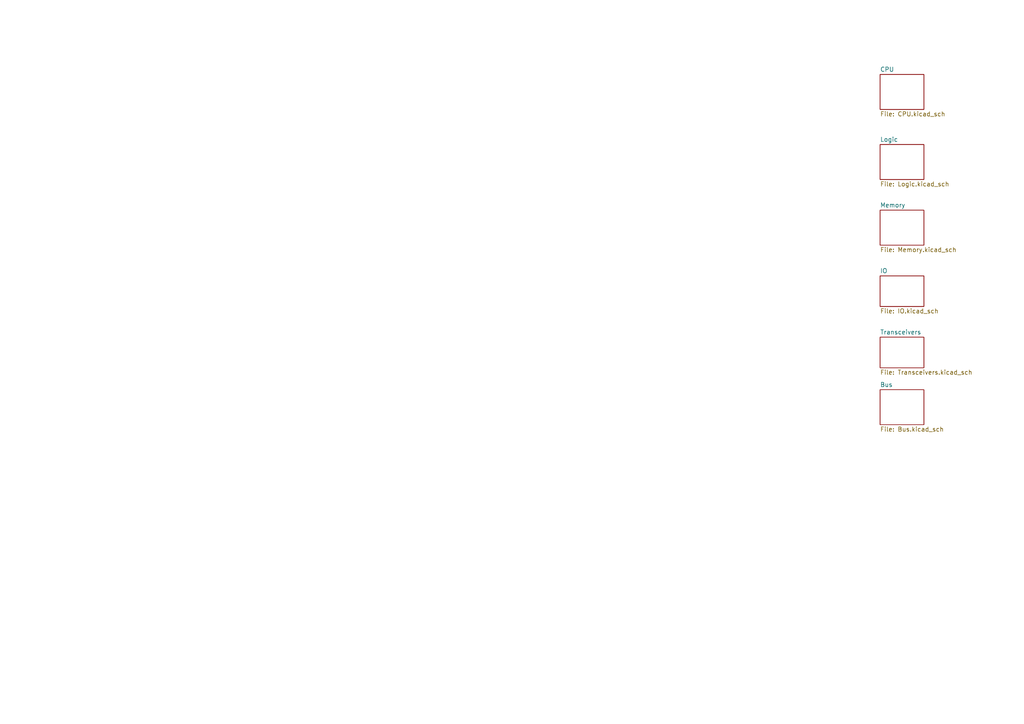
<source format=kicad_sch>
(kicad_sch
	(version 20231120)
	(generator "eeschema")
	(generator_version "8.0")
	(uuid "dd13a6b9-cb24-4a73-96ce-c29930072fba")
	(paper "A4")
	(title_block
		(title "k30-VME32")
		(rev "1")
	)
	(lib_symbols)
	(sheet
		(at 255.27 113.03)
		(size 12.7 10.16)
		(fields_autoplaced yes)
		(stroke
			(width 0.1524)
			(type solid)
		)
		(fill
			(color 0 0 0 0.0000)
		)
		(uuid "372c1966-b642-4e1e-8b8f-ada6fd5e1159")
		(property "Sheetname" "Bus"
			(at 255.27 112.3184 0)
			(effects
				(font
					(size 1.27 1.27)
				)
				(justify left bottom)
			)
		)
		(property "Sheetfile" "Bus.kicad_sch"
			(at 255.27 123.7746 0)
			(effects
				(font
					(size 1.27 1.27)
				)
				(justify left top)
			)
		)
		(instances
			(project "k30p-VME32"
				(path "/dd13a6b9-cb24-4a73-96ce-c29930072fba"
					(page "7")
				)
			)
		)
	)
	(sheet
		(at 255.27 80.01)
		(size 12.7 8.89)
		(fields_autoplaced yes)
		(stroke
			(width 0.1524)
			(type solid)
		)
		(fill
			(color 0 0 0 0.0000)
		)
		(uuid "5c47093b-eb75-493e-afbc-7308277aad23")
		(property "Sheetname" "IO"
			(at 255.27 79.2984 0)
			(effects
				(font
					(size 1.27 1.27)
				)
				(justify left bottom)
			)
		)
		(property "Sheetfile" "IO.kicad_sch"
			(at 255.27 89.4846 0)
			(effects
				(font
					(size 1.27 1.27)
				)
				(justify left top)
			)
		)
		(instances
			(project "k30p-VME32"
				(path "/dd13a6b9-cb24-4a73-96ce-c29930072fba"
					(page "5")
				)
			)
		)
	)
	(sheet
		(at 255.27 60.96)
		(size 12.7 10.16)
		(fields_autoplaced yes)
		(stroke
			(width 0.1524)
			(type solid)
		)
		(fill
			(color 0 0 0 0.0000)
		)
		(uuid "69e17b68-518f-4a96-bc5f-1d2df7d01a56")
		(property "Sheetname" "Memory"
			(at 255.27 60.2484 0)
			(effects
				(font
					(size 1.27 1.27)
				)
				(justify left bottom)
			)
		)
		(property "Sheetfile" "Memory.kicad_sch"
			(at 255.27 71.7046 0)
			(effects
				(font
					(size 1.27 1.27)
				)
				(justify left top)
			)
		)
		(instances
			(project "k30p-VME32"
				(path "/dd13a6b9-cb24-4a73-96ce-c29930072fba"
					(page "4")
				)
			)
		)
	)
	(sheet
		(at 255.27 41.91)
		(size 12.7 10.16)
		(fields_autoplaced yes)
		(stroke
			(width 0.1524)
			(type solid)
		)
		(fill
			(color 0 0 0 0.0000)
		)
		(uuid "7ca16e64-b7a4-4627-88f3-1c75c63b61a6")
		(property "Sheetname" "Logic"
			(at 255.27 41.1984 0)
			(effects
				(font
					(size 1.27 1.27)
				)
				(justify left bottom)
			)
		)
		(property "Sheetfile" "Logic.kicad_sch"
			(at 255.27 52.6546 0)
			(effects
				(font
					(size 1.27 1.27)
				)
				(justify left top)
			)
		)
		(instances
			(project "k30p-VME32"
				(path "/dd13a6b9-cb24-4a73-96ce-c29930072fba"
					(page "3")
				)
			)
		)
	)
	(sheet
		(at 255.27 97.79)
		(size 12.7 8.89)
		(fields_autoplaced yes)
		(stroke
			(width 0.1524)
			(type solid)
		)
		(fill
			(color 0 0 0 0.0000)
		)
		(uuid "d84460b0-5709-47d7-8f66-71b9360a0384")
		(property "Sheetname" "Transceivers"
			(at 255.27 97.0784 0)
			(effects
				(font
					(size 1.27 1.27)
				)
				(justify left bottom)
			)
		)
		(property "Sheetfile" "Transceivers.kicad_sch"
			(at 255.27 107.2646 0)
			(effects
				(font
					(size 1.27 1.27)
				)
				(justify left top)
			)
		)
		(instances
			(project "k30p-VME32"
				(path "/dd13a6b9-cb24-4a73-96ce-c29930072fba"
					(page "6")
				)
			)
		)
	)
	(sheet
		(at 255.27 21.59)
		(size 12.7 10.16)
		(fields_autoplaced yes)
		(stroke
			(width 0.1524)
			(type solid)
		)
		(fill
			(color 0 0 0 0.0000)
		)
		(uuid "dfc443dd-7c5d-4956-9c53-a8ea419d150b")
		(property "Sheetname" "CPU"
			(at 255.27 20.8784 0)
			(effects
				(font
					(size 1.27 1.27)
				)
				(justify left bottom)
			)
		)
		(property "Sheetfile" "CPU.kicad_sch"
			(at 255.27 32.3346 0)
			(effects
				(font
					(size 1.27 1.27)
				)
				(justify left top)
			)
		)
		(instances
			(project "k30p-VME32"
				(path "/dd13a6b9-cb24-4a73-96ce-c29930072fba"
					(page "2")
				)
			)
		)
	)
	(sheet_instances
		(path "/"
			(page "1")
		)
	)
)

</source>
